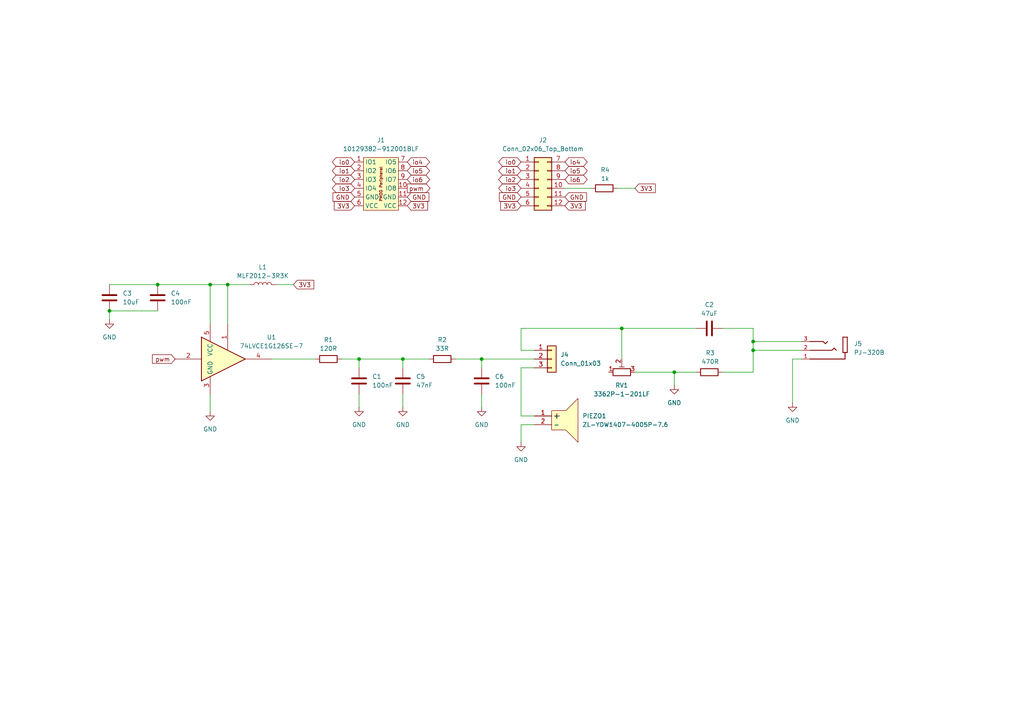
<source format=kicad_sch>
(kicad_sch (version 20231120) (generator "eeschema") (generator_version "8.0")
  (paper "A4")
  (title_block (title "Tiny Tapeout Audio PMOD") (rev "1.0"))
  (lib_symbols
    (symbol "74xGxx:74LVC1G126"
      (property "Reference" "U" (at 2.54 7.62 0))
      (property "Value" "74LVC1G126" (at 2.54 -7.62 0))
      (symbol "74LVC1G126_0_1"
        (polyline (pts (xy -7.62 6.35) (xy -7.62 -6.35) (xy 5.08 0) (xy -7.62 6.35)) (stroke (width 0.254)) (fill (type background)))
      )
      (symbol "74LVC1G126_1_1"
        (pin input line (at 0 10.16 270) (length 7.62) (name "~") (number "1"))
        (pin input line (at -15.24 0 0) (length 7.62) (name "~") (number "2"))
        (pin power_in line (at -5.08 -10.16 90) (length 5.08) (name "GND") (number "3"))
        (pin tri_state line (at 12.7 0 180) (length 7.62) (name "~") (number "4"))
        (pin power_in line (at -5.08 10.16 270) (length 5.08) (name "VCC") (number "5"))
      )
    )
    (symbol "Connector_Generic:Conn_01x03" (pin_names (offset 1.016) hide)
      (property "Reference" "J" (at 0 5.08 0))
      (property "Value" "Conn_01x03" (at 0 -5.08 0))
      (symbol "Conn_01x03_1_1"
        (rectangle (start -1.27 -2.413) (end 0 -2.667) (stroke (width 0.1524)))
        (rectangle (start -1.27 0.127) (end 0 -0.127) (stroke (width 0.1524)))
        (rectangle (start -1.27 2.667) (end 0 2.413) (stroke (width 0.1524)))
        (rectangle (start -1.27 3.81) (end 1.27 -3.81) (stroke (width 0.254)) (fill (type background)))
        (pin passive line (at -5.08 2.54 0) (length 3.81) (name "Pin_1") (number "1"))
        (pin passive line (at -5.08 0 0) (length 3.81) (name "Pin_2") (number "2"))
        (pin passive line (at -5.08 -2.54 0) (length 3.81) (name "Pin_3") (number "3"))
      )
    )
    (symbol "Connector_Generic:Conn_02x06_Top_Bottom" (pin_names (offset 1.016) hide)
      (property "Reference" "J" (at 1.27 7.62 0))
      (property "Value" "Conn_02x06_Top_Bottom" (at 1.27 -10.16 0))
      (symbol "Conn_02x06_Top_Bottom_1_1"
        (rectangle (start -1.27 -7.493) (end 0 -7.747) (stroke (width 0.1524)))
        (rectangle (start -1.27 -4.953) (end 0 -5.207) (stroke (width 0.1524)))
        (rectangle (start -1.27 -2.413) (end 0 -2.667) (stroke (width 0.1524)))
        (rectangle (start -1.27 0.127) (end 0 -0.127) (stroke (width 0.1524)))
        (rectangle (start -1.27 2.667) (end 0 2.413) (stroke (width 0.1524)))
        (rectangle (start -1.27 5.207) (end 0 4.953) (stroke (width 0.1524)))
        (rectangle (start -1.27 6.35) (end 3.81 -8.89) (stroke (width 0.254)) (fill (type background)))
        (rectangle (start 3.81 -7.493) (end 2.54 -7.747) (stroke (width 0.1524)))
        (rectangle (start 3.81 -4.953) (end 2.54 -5.207) (stroke (width 0.1524)))
        (rectangle (start 3.81 -2.413) (end 2.54 -2.667) (stroke (width 0.1524)))
        (rectangle (start 3.81 0.127) (end 2.54 -0.127) (stroke (width 0.1524)))
        (rectangle (start 3.81 2.667) (end 2.54 2.413) (stroke (width 0.1524)))
        (rectangle (start 3.81 5.207) (end 2.54 4.953) (stroke (width 0.1524)))
        (pin passive line (at -5.08 5.08 0) (length 3.81) (name "Pin_1") (number "1"))
        (pin passive line (at 7.62 -2.54 180) (length 3.81) (name "Pin_10") (number "10"))
        (pin passive line (at 7.62 -5.08 180) (length 3.81) (name "Pin_11") (number "11"))
        (pin passive line (at 7.62 -7.62 180) (length 3.81) (name "Pin_12") (number "12"))
        (pin passive line (at -5.08 2.54 0) (length 3.81) (name "Pin_2") (number "2"))
        (pin passive line (at -5.08 0 0) (length 3.81) (name "Pin_3") (number "3"))
        (pin passive line (at -5.08 -2.54 0) (length 3.81) (name "Pin_4") (number "4"))
        (pin passive line (at -5.08 -5.08 0) (length 3.81) (name "Pin_5") (number "5"))
        (pin passive line (at -5.08 -7.62 0) (length 3.81) (name "Pin_6") (number "6"))
        (pin passive line (at 7.62 5.08 180) (length 3.81) (name "Pin_7") (number "7"))
        (pin passive line (at 7.62 2.54 180) (length 3.81) (name "Pin_8") (number "8"))
        (pin passive line (at 7.62 0 180) (length 3.81) (name "Pin_9") (number "9"))
      )
    )
    (symbol "Device:C" (pin_numbers hide) (pin_names (offset 0.254))
      (property "Reference" "C" (at 0.635 2.54 0))
      (property "Value" "C" (at 0.635 -2.54 0))
      (symbol "C_0_1"
        (polyline (pts (xy -2.032 -0.762) (xy 2.032 -0.762)) (stroke (width 0.508)))
        (polyline (pts (xy -2.032 0.762) (xy 2.032 0.762)) (stroke (width 0.508)))
      )
      (symbol "C_1_1"
        (pin passive line (at 0 3.81 270) (length 2.794) (name "~") (number "1"))
        (pin passive line (at 0 -3.81 90) (length 2.794) (name "~") (number "2"))
      )
    )
    (symbol "Device:L" (pin_numbers hide) (pin_names (offset 1.016) hide)
      (property "Reference" "L" (at -1.27 0 90))
      (property "Value" "L" (at 1.905 0 90))
      (symbol "L_0_1"
        (arc (start 0 -2.54) (mid 0.6323 -1.905) (end 0 -1.27))
        (arc (start 0 -1.27) (mid 0.6323 -0.635) (end 0 0))
        (arc (start 0 0) (mid 0.6323 0.635) (end 0 1.27))
        (arc (start 0 1.27) (mid 0.6323 1.905) (end 0 2.54))
      )
      (symbol "L_1_1"
        (pin passive line (at 0 3.81 270) (length 1.27) (name "1") (number "1"))
        (pin passive line (at 0 -3.81 90) (length 1.27) (name "2") (number "2"))
      )
    )
    (symbol "Device:R" (pin_numbers hide) (pin_names (offset 0))
      (property "Reference" "R" (at 2.032 0 90))
      (property "Value" "R" (at 0 0 90))
      (symbol "R_0_1"
        (rectangle (start -1.016 -2.54) (end 1.016 2.54) (stroke (width 0.254)))
      )
      (symbol "R_1_1"
        (pin passive line (at 0 3.81 270) (length 1.27) (name "~") (number "1"))
        (pin passive line (at 0 -3.81 90) (length 1.27) (name "~") (number "2"))
      )
    )
    (symbol "Device:R_Potentiometer_Trim" (pin_names (offset 1.016) hide)
      (property "Reference" "RV" (at -4.445 0 90))
      (property "Value" "R_Potentiometer_Trim" (at -2.54 0 90))
      (symbol "R_Potentiometer_Trim_0_1"
        (polyline (pts (xy 1.524 0.762) (xy 1.524 -0.762)))
        (polyline (pts (xy 2.54 0) (xy 1.524 0)))
        (rectangle (start 1.016 2.54) (end -1.016 -2.54) (stroke (width 0.254)))
      )
      (symbol "R_Potentiometer_Trim_1_1"
        (pin passive line (at 0 3.81 270) (length 1.27) (name "1") (number "1"))
        (pin passive line (at 3.81 0 180) (length 1.27) (name "2") (number "2"))
        (pin passive line (at 0 -3.81 90) (length 1.27) (name "3") (number "3"))
      )
    )
    (symbol "LCSC:ZL-YDW1407-4005P-7.6"
      (property "Reference" "BUZZER" (at 0 7.62 0))
      (property "Value" "ZL-YDW1407-4005P-7.6" (at 0 -5.08 0))
      (symbol "ZL-YDW1407-4005P-7.6_0_1"
        (polyline (pts (xy -2.29 0) (xy -0.76 0)))
        (polyline (pts (xy -1.52 0.76) (xy -1.52 -0.76)))
        (polyline (pts (xy -4.06 4.06) (xy 0 4.06) (xy 0 -1.52) (xy -4.06 -1.52) (xy -7.62 -5.08) (xy -7.62 7.62) (xy -4.06 4.06)) (fill (type background)))
        (pin unspecified line (at 5.08 0 180) (length 5.08) (name "+") (number "1"))
        (pin unspecified line (at 5.08 2.54 180) (length 5.08) (name "-") (number "2"))
      )
    )
    (symbol "PJ-320B:PJ-320B" (pin_names (offset 1.016))
      (property "Reference" "J" (at -5.08 5.08 0))
      (property "Value" "PJ-320B" (at -5.08 -7.62 0))
      (symbol "PJ-320B_0_0"
        (polyline (pts (xy -5.715 -3.81) (xy -5.715 0.635)) (stroke (width 0.254)))
        (polyline (pts (xy -5.715 0.635) (xy -5.08 0.635)) (stroke (width 0.254)))
        (polyline (pts (xy -5.08 0.635) (xy -4.445 0.635)) (stroke (width 0.254)))
        (polyline (pts (xy -5.08 2.54) (xy -5.08 0.635)) (stroke (width 0.254)))
        (polyline (pts (xy -4.445 -3.81) (xy -5.715 -3.81)) (stroke (width 0.254)))
        (polyline (pts (xy -4.445 0.635) (xy -4.445 -3.81)) (stroke (width 0.254)))
        (polyline (pts (xy -1.905 -0.635) (xy -2.54 0)) (stroke (width 0.254)))
        (polyline (pts (xy -1.27 0) (xy -1.905 -0.635)) (stroke (width 0.254)))
        (polyline (pts (xy 0.635 -1.905) (xy 0 -2.54)) (stroke (width 0.254)))
        (polyline (pts (xy 1.27 -2.54) (xy 0.635 -1.905)) (stroke (width 0.254)))
        (polyline (pts (xy 5.08 -2.54) (xy 1.27 -2.54)) (stroke (width 0.254)))
        (polyline (pts (xy 5.08 0) (xy -1.27 0)) (stroke (width 0.254)))
        (polyline (pts (xy 5.08 2.54) (xy -5.08 2.54)) (stroke (width 0.254)))
        (pin passive line (at 7.62 2.54 180) (length 2.54) (name "~") (number "1"))
        (pin passive line (at 7.62 0 180) (length 2.54) (name "~") (number "2"))
        (pin passive line (at 7.62 -2.54 180) (length 2.54) (name "~") (number "3"))
      )
    )
    (symbol "TinyTapeout_PMOD:PMOD_PERIPH_2x6"
      (property "Reference" "J" (at -3.81 12.7 0))
      (property "Value" "10129382-912001BLF" (at 2.54 -5.08 0))
      (symbol "PMOD_PERIPH_2x6_1_1"
        (rectangle (start -5.08 11.43) (end 5.08 -3.81) (fill (type background)))
        (text "PMOD Peripheral" (at 0 3.81 900) (effects (font (size 0.8 0.8))))
        (pin bidirectional line (at -7.62 10.16 0) (length 2.54) (name "IO1") (number "1"))
        (pin bidirectional line (at 7.62 2.54 180) (length 2.54) (name "IO8") (number "10"))
        (pin power_in line (at 7.62 0 180) (length 2.54) (name "GND") (number "11"))
        (pin power_in line (at 7.62 -2.54 180) (length 2.54) (name "VCC") (number "12"))
        (pin bidirectional line (at -7.62 7.62 0) (length 2.54) (name "IO2") (number "2"))
        (pin bidirectional line (at -7.62 5.08 0) (length 2.54) (name "IO3") (number "3"))
        (pin bidirectional line (at -7.62 2.54 0) (length 2.54) (name "IO4") (number "4"))
        (pin power_in line (at -7.62 0 0) (length 2.54) (name "GND") (number "5"))
        (pin power_in line (at -7.62 -2.54 0) (length 2.54) (name "VCC") (number "6"))
        (pin bidirectional line (at 7.62 10.16 180) (length 2.54) (name "IO5") (number "7"))
        (pin bidirectional line (at 7.62 7.62 180) (length 2.54) (name "IO6") (number "8"))
        (pin bidirectional line (at 7.62 5.08 180) (length 2.54) (name "IO7") (number "9"))
      )
    )
    (symbol "power:GND" (power) (pin_numbers hide) (pin_names (offset 0) hide)
      (property "Value" "GND" (at 0 -3.81 0))
      (symbol "GND_0_1"
        (polyline (pts (xy 0 0) (xy 0 -1.27) (xy 1.27 -1.27) (xy 0 -2.54) (xy -1.27 -1.27) (xy 0 -1.27)))
      )
      (symbol "GND_1_1"
        (pin power_in line (at 0 0 270) (length 0) (name "~") (number "1"))
      )
    )
  )
  (junction (at 104.14 104.14))
  (junction (at 66.04 82.55))
  (junction (at 116.84 104.14))
  (junction (at 45.72 82.55))
  (junction (at 31.75 90.17))
  (junction (at 218.44 99.06))
  (junction (at 139.7 104.14))
  (junction (at 180.34 95.25))
  (junction (at 195.58 107.95))
  (junction (at 60.96 82.55))
  (junction (at 218.44 101.6))
  (wire (pts (xy 139.7 114.3) (xy 139.7 118.11)))
  (wire (pts (xy 154.94 106.68) (xy 151.13 106.68)))
  (wire (pts (xy 209.55 95.25) (xy 218.44 95.25)))
  (wire (pts (xy 151.13 123.19) (xy 154.94 123.19)))
  (wire (pts (xy 209.55 107.95) (xy 218.44 107.95)))
  (wire (pts (xy 60.96 114.3) (xy 60.96 119.38)))
  (wire (pts (xy 116.84 104.14) (xy 116.84 106.68)))
  (wire (pts (xy 31.75 92.71) (xy 31.75 90.17)))
  (wire (pts (xy 45.72 82.55) (xy 60.96 82.55)))
  (wire (pts (xy 218.44 95.25) (xy 218.44 99.06)))
  (wire (pts (xy 139.7 104.14) (xy 139.7 106.68)))
  (wire (pts (xy 104.14 114.3) (xy 104.14 118.11)))
  (wire (pts (xy 163.83 54.61) (xy 171.45 54.61)))
  (wire (pts (xy 151.13 120.65) (xy 154.94 120.65)))
  (wire (pts (xy 66.04 93.98) (xy 66.04 82.55)))
  (wire (pts (xy 151.13 106.68) (xy 151.13 120.65)))
  (wire (pts (xy 184.15 107.95) (xy 195.58 107.95)))
  (wire (pts (xy 151.13 95.25) (xy 180.34 95.25)))
  (wire (pts (xy 218.44 101.6) (xy 218.44 107.95)))
  (wire (pts (xy 151.13 101.6) (xy 154.94 101.6)))
  (wire (pts (xy 132.08 104.14) (xy 139.7 104.14)))
  (wire (pts (xy 31.75 90.17) (xy 45.72 90.17)))
  (wire (pts (xy 151.13 123.19) (xy 151.13 128.27)))
  (wire (pts (xy 218.44 99.06) (xy 232.41 99.06)))
  (wire (pts (xy 116.84 104.14) (xy 124.46 104.14)))
  (wire (pts (xy 60.96 82.55) (xy 66.04 82.55)))
  (wire (pts (xy 99.06 104.14) (xy 104.14 104.14)))
  (wire (pts (xy 195.58 107.95) (xy 201.93 107.95)))
  (wire (pts (xy 104.14 104.14) (xy 116.84 104.14)))
  (wire (pts (xy 104.14 106.68) (xy 104.14 104.14)))
  (wire (pts (xy 218.44 99.06) (xy 218.44 101.6)))
  (wire (pts (xy 229.87 104.14) (xy 232.41 104.14)))
  (wire (pts (xy 195.58 107.95) (xy 195.58 111.76)))
  (wire (pts (xy 116.84 114.3) (xy 116.84 118.11)))
  (wire (pts (xy 66.04 82.55) (xy 72.39 82.55)))
  (wire (pts (xy 180.34 95.25) (xy 180.34 104.14)))
  (wire (pts (xy 151.13 95.25) (xy 151.13 101.6)))
  (wire (pts (xy 229.87 116.84) (xy 229.87 104.14)))
  (wire (pts (xy 31.75 82.55) (xy 45.72 82.55)))
  (wire (pts (xy 80.01 82.55) (xy 85.09 82.55)))
  (wire (pts (xy 218.44 101.6) (xy 232.41 101.6)))
  (wire (pts (xy 78.74 104.14) (xy 91.44 104.14)))
  (wire (pts (xy 180.34 95.25) (xy 201.93 95.25)))
  (wire (pts (xy 60.96 93.98) (xy 60.96 82.55)))
  (wire (pts (xy 179.07 54.61) (xy 184.15 54.61)))
  (wire (pts (xy 139.7 104.14) (xy 154.94 104.14)))
  (global_label "3V3" (shape input) (at 184.15 54.61 0) (property "Intersheetrefs" "${INTERSHEET_REFS}" (effects (hide yes))))
  (global_label "io4" (shape bidirectional) (at 163.83 46.99 0) (property "Intersheetrefs" "${INTERSHEET_REFS}" (effects (hide yes))))
  (global_label "GND" (shape input) (at 102.87 57.15 180) (property "Intersheetrefs" "${INTERSHEET_REFS}" (effects (hide yes))))
  (global_label "io5" (shape bidirectional) (at 163.83 49.53 0) (property "Intersheetrefs" "${INTERSHEET_REFS}" (effects (hide yes))))
  (global_label "io1" (shape bidirectional) (at 102.87 49.53 180) (property "Intersheetrefs" "${INTERSHEET_REFS}" (effects (hide yes))))
  (global_label "io3" (shape bidirectional) (at 151.13 54.61 180) (property "Intersheetrefs" "${INTERSHEET_REFS}" (effects (hide yes))))
  (global_label "io5" (shape bidirectional) (at 118.11 49.53 0) (property "Intersheetrefs" "${INTERSHEET_REFS}" (effects (hide yes))))
  (global_label "3V3" (shape input) (at 151.13 59.69 180) (property "Intersheetrefs" "${INTERSHEET_REFS}" (effects (hide yes))))
  (global_label "3V3" (shape input) (at 118.11 59.69 0) (property "Intersheetrefs" "${INTERSHEET_REFS}" (effects (hide yes))))
  (global_label "3V3" (shape input) (at 102.87 59.69 180) (property "Intersheetrefs" "${INTERSHEET_REFS}" (effects (hide yes))))
  (global_label "3V3" (shape input) (at 163.83 59.69 0) (property "Intersheetrefs" "${INTERSHEET_REFS}" (effects (hide yes))))
  (global_label "pwm" (shape input) (at 50.8 104.14 180) (property "Intersheetrefs" "${INTERSHEET_REFS}" (effects (hide yes))))
  (global_label "io1" (shape bidirectional) (at 151.13 49.53 180) (property "Intersheetrefs" "${INTERSHEET_REFS}" (effects (hide yes))))
  (global_label "3V3" (shape input) (at 85.09 82.55 0) (property "Intersheetrefs" "${INTERSHEET_REFS}" (effects (hide yes))))
  (global_label "io4" (shape bidirectional) (at 118.11 46.99 0) (property "Intersheetrefs" "${INTERSHEET_REFS}" (effects (hide yes))))
  (global_label "io0" (shape bidirectional) (at 151.13 46.99 180) (property "Intersheetrefs" "${INTERSHEET_REFS}" (effects (hide yes))))
  (global_label "io2" (shape bidirectional) (at 151.13 52.07 180) (property "Intersheetrefs" "${INTERSHEET_REFS}" (effects (hide yes))))
  (global_label "io6" (shape bidirectional) (at 118.11 52.07 0) (property "Intersheetrefs" "${INTERSHEET_REFS}" (effects (hide yes))))
  (global_label "pwm" (shape output) (at 118.11 54.61 0) (property "Intersheetrefs" "${INTERSHEET_REFS}" (effects (hide yes))))
  (global_label "io2" (shape bidirectional) (at 102.87 52.07 180) (property "Intersheetrefs" "${INTERSHEET_REFS}" (effects (hide yes))))
  (global_label "GND" (shape input) (at 118.11 57.15 0) (property "Intersheetrefs" "${INTERSHEET_REFS}" (effects (hide yes))))
  (global_label "io0" (shape bidirectional) (at 102.87 46.99 180) (property "Intersheetrefs" "${INTERSHEET_REFS}" (effects (hide yes))))
  (global_label "io3" (shape bidirectional) (at 102.87 54.61 180) (property "Intersheetrefs" "${INTERSHEET_REFS}" (effects (hide yes))))
  (global_label "GND" (shape input) (at 163.83 57.15 0) (property "Intersheetrefs" "${INTERSHEET_REFS}" (effects (hide yes))))
  (global_label "io6" (shape bidirectional) (at 163.83 52.07 0) (property "Intersheetrefs" "${INTERSHEET_REFS}" (effects (hide yes))))
  (global_label "GND" (shape input) (at 151.13 57.15 180) (property "Intersheetrefs" "${INTERSHEET_REFS}" (effects (hide yes))))
  (symbol (lib_id "Device:L") (at 76.2 82.55 90) (unit 1)
    (property "Reference" "L1" (at 76.2 77.47 90))
    (property "Value" "MLF2012-3R3K" (at 76.2 80.01 90))
    (property "Footprint" "Inductor_SMD:L_0805_2012Metric" (effects (hide yes)))
    (property "Description" "Inductor" (effects (hide yes)))
  )
  (symbol (lib_id "Device:C") (at 116.84 110.49 0) (unit 1)
    (property "Reference" "C5" (at 120.65 109.2199 0) (effects (justify left)))
    (property "Value" "47nF" (at 120.65 111.7599 0) (effects (justify left)))
    (property "Footprint" "Capacitor_SMD:C_0603_1608Metric" (effects (hide yes)))
    (property "Description" "Unpolarized capacitor" (effects (hide yes)))
  )
  (symbol (lib_id "power:GND") (at 139.7 118.11 0) (unit 1)
    (property "Reference" "#PWR08" (effects (hide yes)))
    (property "Value" "GND" (at 139.7 123.19 0))
    (property "Description" "Power symbol creates a global label with name \"GND\" , ground" (effects (hide yes)))
  )
  (symbol (lib_id "Device:R") (at 95.25 104.14 270) (unit 1)
    (property "Reference" "R1" (at 95.25 98.552 90))
    (property "Value" "120R" (at 95.25 101.092 90))
    (property "Footprint" "Resistor_SMD:R_0603_1608Metric" (effects (hide yes)))
    (property "Description" "Resistor" (effects (hide yes)))
  )
  (symbol (lib_id "Device:R") (at 175.26 54.61 270) (unit 1)
    (property "Reference" "R4" (at 175.514 49.276 90))
    (property "Value" "1k" (at 175.514 51.816 90))
    (property "Footprint" "Resistor_SMD:R_0603_1608Metric" (effects (hide yes)))
    (property "Description" "Resistor" (effects (hide yes)))
  )
  (symbol (lib_id "power:GND") (at 151.13 128.27 0) (unit 1)
    (property "Reference" "#PWR03" (effects (hide yes)))
    (property "Value" "GND" (at 151.13 133.35 0))
    (property "Description" "Power symbol creates a global label with name \"GND\" , ground" (effects (hide yes)))
  )
  (symbol (lib_id "LCSC:ZL-YDW1407-4005P-7.6") (at 160.02 120.65 180) (unit 1)
    (property "Reference" "PIEZO1" (at 168.91 120.6499 0) (effects (justify right)))
    (property "Value" "ZL-YDW1407-4005P-7.6" (at 168.91 123.1899 0) (effects (justify right)))
    (property "Footprint" "LCSC:BUZ-TH_BD14.0-P7.60-D0.7-FD" (effects (hide yes)))
    (property "Datasheet" "https://lcsc.com/product-detail/Buzzers_ZLFY-ZL-YDW1407-4005P-7-6_C219740.html" (effects (hide yes)))
    (property "LCSC Part" "C219740" (effects (hide yes)))
  )
  (symbol (lib_id "Connector_Generic:Conn_02x06_Top_Bottom") (at 156.21 52.07 0) (unit 1)
    (property "Reference" "J2" (at 157.48 40.64 0))
    (property "Value" "Conn_02x06_Top_Bottom" (at 157.48 43.18 0))
    (property "Footprint" "Header:PinSocket_2x06_P2.54mm_Vertical_Column" (effects (hide yes)))
    (property "Description" "Generic connector, double row, 02x06, top/bottom pin numbering scheme (row 1: 1...pins_per_row, row2: pins_per_row+1 ... num_pins), script generated (kicad-library-utils/schlib/autogen/connector/)" (effects (hide yes)))
  )
  (symbol (lib_id "power:GND") (at 195.58 111.76 0) (unit 1)
    (property "Reference" "#PWR02" (effects (hide yes)))
    (property "Value" "GND" (at 195.58 116.84 0))
    (property "Description" "Power symbol creates a global label with name \"GND\" , ground" (effects (hide yes)))
  )
  (symbol (lib_id "Device:C") (at 45.72 86.36 0) (unit 1)
    (property "Reference" "C4" (at 49.53 85.0899 0) (effects (justify left)))
    (property "Value" "100nF" (at 49.53 87.6299 0) (effects (justify left)))
    (property "Footprint" "Capacitor_SMD:C_0603_1608Metric" (effects (hide yes)))
    (property "Description" "Unpolarized capacitor" (effects (hide yes)))
  )
  (symbol (lib_id "Device:R") (at 205.74 107.95 270) (unit 1)
    (property "Reference" "R3" (at 205.994 102.362 90))
    (property "Value" "470R" (at 205.994 104.902 90))
    (property "Footprint" "Resistor_SMD:R_0603_1608Metric" (effects (hide yes)))
    (property "Description" "Resistor" (effects (hide yes)))
  )
  (symbol (lib_id "TinyTapeout_PMOD:PMOD_PERIPH_2x6") (at 110.49 57.15 0) (unit 1)
    (property "Reference" "J1" (at 110.49 40.64 0))
    (property "Value" "10129382-912001BLF" (at 110.49 43.18 0))
    (property "Footprint" "kicad-tinytapeout-pmod-lib:PinHeader_2x06_P2.54mm_PMODPeriph2B" (effects (hide yes)))
    (property "Datasheet" "https://cdn.amphenol-cs.com/media/wysiwyg/files/drawing/10129382.pdf" (effects (hide yes)))
    (property "Description" "Male PMOD Peripheral connector" (effects (hide yes)))
    (property "LCSC Part" "C492434" (effects (hide yes)))
  )
  (symbol (lib_id "Device:C") (at 205.74 95.25 270) (unit 1)
    (property "Reference" "C2" (at 205.74 88.392 90))
    (property "Value" "47uF" (at 205.74 90.932 90))
    (property "Footprint" "Capacitor_SMD:C_0805_2012Metric" (effects (hide yes)))
    (property "Description" "Unpolarized capacitor" (effects (hide yes)))
  )
  (symbol (lib_id "Device:C") (at 31.75 86.36 0) (unit 1)
    (property "Reference" "C3" (at 35.56 85.0899 0) (effects (justify left)))
    (property "Value" "10uF" (at 35.56 87.6299 0) (effects (justify left)))
    (property "Footprint" "Capacitor_SMD:C_0805_2012Metric" (effects (hide yes)))
    (property "Description" "Unpolarized capacitor" (effects (hide yes)))
  )
  (symbol (lib_id "Device:R_Potentiometer_Trim") (at 180.34 107.95 90) (unit 1)
    (property "Reference" "RV1" (at 180.34 111.76 90))
    (property "Value" "3362P-1-201LF" (at 180.34 114.3 90))
    (property "Footprint" "LCSC:TRIM_3362P-1-102" (effects (hide yes)))
    (property "Description" "Trim-potentiometer" (effects (hide yes)))
  )
  (symbol (lib_id "74xGxx:74LVC1G126") (at 66.04 104.14 0) (unit 1)
    (property "Reference" "U1" (at 78.74 97.8214 0))
    (property "Value" "74LVCE1G126SE-7" (at 78.74 100.3614 0))
    (property "Footprint" "Package_TO_SOT_SMD:SOT-353_SC-70-5" (effects (hide yes)))
    (property "Datasheet" "http://www.ti.com/lit/sg/scyt129e/scyt129e.pdf" (effects (hide yes)))
    (property "Description" "Single Buffer Gate Tri-State, Low-Voltage CMOS" (effects (hide yes)))
  )
  (symbol (lib_id "power:GND") (at 116.84 118.11 0) (unit 1)
    (property "Reference" "#PWR07" (effects (hide yes)))
    (property "Value" "GND" (at 116.84 123.19 0))
    (property "Description" "Power symbol creates a global label with name \"GND\" , ground" (effects (hide yes)))
  )
  (symbol (lib_id "Device:R") (at 128.27 104.14 270) (unit 1)
    (property "Reference" "R2" (at 128.27 98.552 90))
    (property "Value" "33R" (at 128.27 101.092 90))
    (property "Footprint" "Resistor_SMD:R_0603_1608Metric" (effects (hide yes)))
    (property "Description" "Resistor" (effects (hide yes)))
  )
  (symbol (lib_id "PJ-320B:PJ-320B") (at 240.03 101.6 180) (unit 1)
    (property "Reference" "J5" (at 247.65 99.6949 0) (effects (justify right)))
    (property "Value" "PJ-320B" (at 247.65 102.2349 0) (effects (justify right)))
    (property "Footprint" "LCSC:BOOMELE_PJ-320B" (effects (hide yes)))
    (property "MF" "Luoyang Dishang electronics" (effects (hide yes)))
    (property "MAXIMUM_PACKAGE_HEIGHT" "5mm" (effects (hide yes)))
    (property "Package" "Package" (effects (hide yes)))
    (property "Price" "None" (effects (hide yes)))
    (property "Check_prices" "https://www.snapeda.com/parts/PJ-320B/Luoyang+Dishang+electronics/view-part/?ref=eda" (effects (hide yes)))
    (property "STANDARD" "Manufacturer Recommendation" (effects (hide yes)))
    (property "SnapEDA_Link" "https://www.snapeda.com/parts/PJ-320B/Luoyang+Dishang+electronics/view-part/?ref=snap" (effects (hide yes)))
    (property "MP" "PJ-320B" (effects (hide yes)))
    (property "Description_1" "\nHeadphone jack\n" (effects (hide yes)))
    (property "Availability" "Not in stock" (effects (hide yes)))
    (property "MANUFACTURER" "Luoyang Dishang electronics" (effects (hide yes)))
  )
  (symbol (lib_id "Device:C") (at 104.14 110.49 0) (unit 1)
    (property "Reference" "C1" (at 107.95 109.2199 0) (effects (justify left)))
    (property "Value" "100nF" (at 107.95 111.7599 0) (effects (justify left)))
    (property "Footprint" "Capacitor_SMD:C_0603_1608Metric" (effects (hide yes)))
    (property "Description" "Unpolarized capacitor" (effects (hide yes)))
  )
  (symbol (lib_id "Device:C") (at 139.7 110.49 0) (unit 1)
    (property "Reference" "C6" (at 143.51 109.2199 0) (effects (justify left)))
    (property "Value" "100nF" (at 143.51 111.7599 0) (effects (justify left)))
    (property "Footprint" "Capacitor_SMD:C_0603_1608Metric" (effects (hide yes)))
    (property "Description" "Unpolarized capacitor" (effects (hide yes)))
  )
  (symbol (lib_id "power:GND") (at 104.14 118.11 0) (unit 1)
    (property "Reference" "#PWR01" (effects (hide yes)))
    (property "Value" "GND" (at 104.14 123.19 0))
    (property "Description" "Power symbol creates a global label with name \"GND\" , ground" (effects (hide yes)))
  )
  (symbol (lib_id "power:GND") (at 60.96 119.38 0) (unit 1)
    (property "Reference" "#PWR05" (effects (hide yes)))
    (property "Value" "GND" (at 60.96 124.46 0))
    (property "Description" "Power symbol creates a global label with name \"GND\" , ground" (effects (hide yes)))
  )
  (symbol (lib_id "power:GND") (at 31.75 92.71 0) (unit 1)
    (property "Reference" "#PWR06" (effects (hide yes)))
    (property "Value" "GND" (at 31.75 97.79 0))
    (property "Description" "Power symbol creates a global label with name \"GND\" , ground" (effects (hide yes)))
  )
  (symbol (lib_id "Connector_Generic:Conn_01x03") (at 160.02 104.14 0) (unit 1)
    (property "Reference" "J4" (at 162.56 102.8699 0) (effects (justify left)))
    (property "Value" "Conn_01x03" (at 162.56 105.4099 0) (effects (justify left)))
    (property "Footprint" "Connector_PinHeader_2.54mm:PinHeader_1x03_P2.54mm_Vertical" (effects (hide yes)))
    (property "Description" "Generic connector, single row, 01x03, script generated (kicad-library-utils/schlib/autogen/connector/)" (effects (hide yes)))
  )
  (symbol (lib_id "power:GND") (at 229.87 116.84 0) (unit 1)
    (property "Reference" "#PWR04" (effects (hide yes)))
    (property "Value" "GND" (at 229.87 121.92 0))
    (property "Description" "Power symbol creates a global label with name \"GND\" , ground" (effects (hide yes)))
  )
)
</source>
